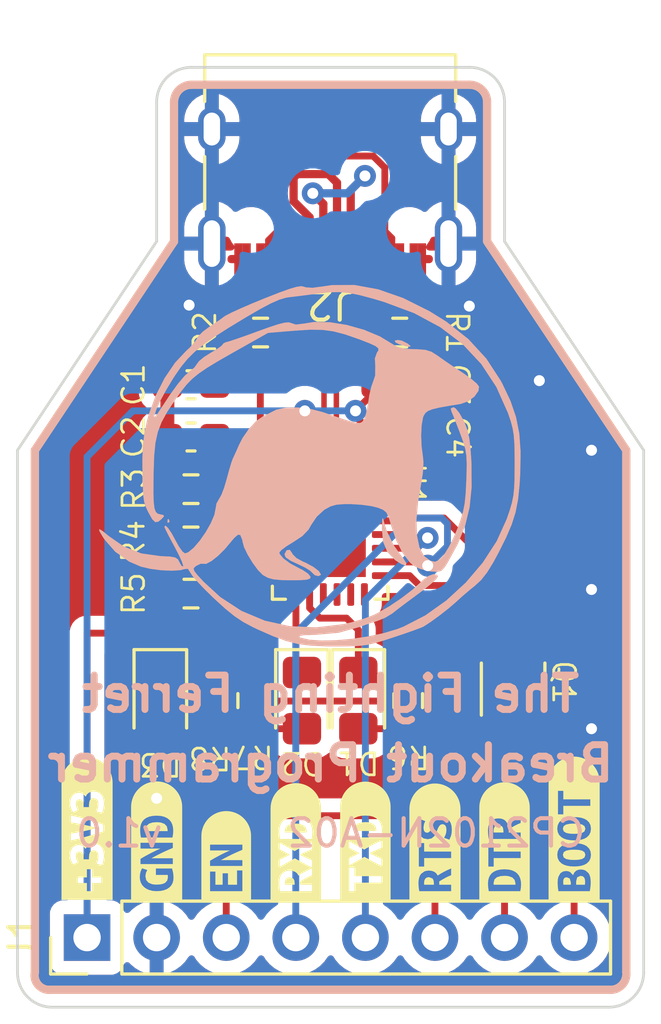
<source format=kicad_pcb>
(kicad_pcb (version 20211014) (generator pcbnew)
  (title_block (title "CP2102N Breakout Programmer") (date "2022-08-01") (rev "1") (company "The Fighting Ferret") (comment 1 "CP2102N-A02 based USB-to-UART bridge controller") (comment 2 "For use in programming ESP32 chips and modules"))
  (layers (0 "F.Cu" signal) (31 "B.Cu" signal) (34 "B.Paste" user) (35 "F.Paste" user) (36 "B.SilkS" user "B.Silkscreen") (37 "F.SilkS" user "F.Silkscreen") (38 "B.Mask" user) (39 "F.Mask" user) (44 "Edge.Cuts" user))
  (net 0 "")
  (net 1 "GND")
  (net 2 "VBUS")
  (net 3 "+3.3V")
  (net 4 "/TXT")
  (net 5 "Net-(D1-Pad2)")
  (net 6 "/RXT")
  (net 7 "Net-(D2-Pad2)")
  (net 8 "Net-(D3-Pad2)")
  (net 11 "RTS")
  (net 12 "DTR")
  (net 13 "BOOT")
  (net 14 "EN")
  (net 15 "VBUSREF")
  (net 16 "Net-(R5-Pad2)")
  (net 18 "D+")
  (net 19 "D-")
  (net 27 "RXD")
  (net 28 "TXD")
  (net 31 "/CC1")
  (net 32 "/CC2")
  (footprint "Resistor_SMD:R_0603_1608Metric_Pad0.98x0.95mm_HandSolder" (layer "F.Cu") (at 186.857904 65.396 -90)
    (fp_text reference "R6" (at 2.055505 -0.009982 180 unlocked) (layer "F.SilkS") (effects (font (size 0.8 0.8) (thickness 0.1))))
    (fp_text value "470" hide)
    (pad "1" smd roundrect (at -0.9125 0 270) (size 0.975 0.95) (layers "F.Cu" "F.Paste" "F.Mask") (net 3 "+3.3V"))
    (pad "2" smd roundrect (at 0.9125 0 270) (size 0.975 0.95) (layers "F.Cu" "F.Paste" "F.Mask") (net 5 "Net-(D1-Pad2)"))
  )
  (footprint "LED_SMD:LED_0805_2012Metric_Pad1.15x1.40mm_HandSolder" (layer "F.Cu") (at 185.03536 65.396 -90)
    (fp_text reference "D1" (at 2.271942 0.009982 180 unlocked) (layer "F.SilkS") (effects (font (size 0.8 0.8) (thickness 0.1))))
    (fp_text value "Tx" hide)
    (pad "1" smd roundrect (at -1.025 0 270) (size 1.15 1.4) (layers "F.Cu" "F.Paste" "F.Mask") (roundrect_rratio 0.2173913043) (net 4 "/TXT"))
    (pad "2" smd roundrect (at 1.025 0 270) (size 1.15 1.4) (layers "F.Cu" "F.Paste" "F.Mask") (roundrect_rratio 0.2173913043) (net 5 "Net-(D1-Pad2)"))
  )
  (footprint "Resistor_SMD:R_0603_1608Metric_Pad0.98x0.95mm_HandSolder" (layer "F.Cu") (at 186.548 51.966505)
    (fp_text reference "R1" (at 2.097354 0 270 unlocked) (layer "F.SilkS") (effects (font (size 0.8 0.8) (thickness 0.1))))
    (fp_text value "5k1" hide)
    (pad "1" smd roundrect (at -0.9125 0) (size 0.975 0.95) (layers "F.Cu" "F.Paste" "F.Mask") (net 31 "/CC1"))
    (pad "2" smd roundrect (at 0.9125 0) (size 0.975 0.95) (layers "F.Cu" "F.Paste" "F.Mask") (net 1 "GND"))
  )
  (footprint "Resistor_SMD:R_0603_1608Metric_Pad0.98x0.95mm_HandSolder" (layer "F.Cu") (at 179.619055 65.396 -90)
    (fp_text reference "R8" (at 2.097338 0 180 unlocked) (layer "F.SilkS") (effects (font (size 0.8 0.8) (thickness 0.1))))
    (fp_text value "470" hide)
    (pad "1" smd roundrect (at -0.9125 0 270) (size 0.975 0.95) (layers "F.Cu" "F.Paste" "F.Mask") (net 3 "+3.3V"))
    (pad "2" smd roundrect (at 0.9125 0 270) (size 0.975 0.95) (layers "F.Cu" "F.Paste" "F.Mask") (net 8 "Net-(D3-Pad2)"))
  )
  (footprint "kibuzzard-62E5E3A7" (layer "F.Cu") (at 192.913 70.051892 90)
    (fp_text reference "kibuzzard-62E5E3A7" hide)
    (fp_text value "G***" hide)
  )
  (footprint "Capacitor_SMD:C_0603_1608Metric_Pad1.08x0.95mm_HandSolder" (layer "F.Cu") (at 186.548 53.871505)
    (fp_text reference "C3" (at 2.111804 0 270 unlocked) (layer "F.SilkS") (effects (font (size 0.8 0.8) (thickness 0.1))))
    (fp_text value "100nF" hide)
    (pad "1" smd roundrect (at -0.8625 0) (size 1.075 0.95) (layers "F.Cu" "F.Paste" "F.Mask") (net 3 "+3.3V"))
    (pad "2" smd roundrect (at 0.8625 0) (size 1.075 0.95) (layers "F.Cu" "F.Paste" "F.Mask") (net 1 "GND"))
  )
  (footprint "LED_SMD:LED_0805_2012Metric_Pad1.15x1.40mm_HandSolder" (layer "F.Cu") (at 177.807846 65.396 -90)
    (fp_text reference "D3" (at 2.325461 0 180 unlocked) (layer "F.SilkS") (effects (font (size 0.8 0.8) (thickness 0.1))))
    (fp_text value "Power" hide)
    (pad "1" smd roundrect (at -1.025 0 270) (size 1.15 1.4) (layers "F.Cu" "F.Paste" "F.Mask") (roundrect_rratio 0.2173913043) (net 1 "GND"))
    (pad "2" smd roundrect (at 1.025 0 270) (size 1.15 1.4) (layers "F.Cu" "F.Paste" "F.Mask") (roundrect_rratio 0.2173913043) (net 8 "Net-(D3-Pad2)"))
  )
  (footprint "Resistor_SMD:R_0603_1608Metric_Pad0.98x0.95mm_HandSolder" (layer "F.Cu") (at 178.928 57.681505 180)
    (fp_text reference "R3" (at 2.086325 0 90 unlocked) (layer "F.SilkS") (effects (font (size 0.8 0.8) (thickness 0.1))))
    (fp_text value "22k1" hide)
    (pad "1" smd roundrect (at -0.9125 0 180) (size 0.975 0.95) (layers "F.Cu" "F.Paste" "F.Mask") (net 2 "VBUS"))
    (pad "2" smd roundrect (at 0.9125 0 180) (size 0.975 0.95) (layers "F.Cu" "F.Paste" "F.Mask") (net 15 "VBUSREF"))
  )
  (footprint "kibuzzard-62E5E316" (layer "F.Cu") (at 182.753 70.535762 90)
    (fp_text reference "kibuzzard-62E5E316" hide)
    (fp_text value "G***" hide)
  )
  (footprint "kibuzzard-62E5E2EC" (layer "F.Cu") (at 180.213 71.045826 90)
    (fp_text reference "kibuzzard-62E5E2EC" hide)
    (fp_text value "G***" hide)
  )
  (footprint "Resistor_SMD:R_0603_1608Metric_Pad0.98x0.95mm_HandSolder" (layer "F.Cu") (at 178.928 59.586505 180)
    (fp_text reference "R4" (at 2.108286 -0.000232 90 unlocked) (layer "F.SilkS") (effects (font (size 0.8 0.8) (thickness 0.1))))
    (fp_text value "47k5" hide)
    (pad "1" smd roundrect (at -0.9125 0 180) (size 0.975 0.95) (layers "F.Cu" "F.Paste" "F.Mask") (net 15 "VBUSREF"))
    (pad "2" smd roundrect (at 0.9125 0 180) (size 0.975 0.95) (layers "F.Cu" "F.Paste" "F.Mask") (net 1 "GND"))
  )
  (footprint "kibuzzard-62E5E34B" (layer "F.Cu") (at 187.833 70.54243 90)
    (fp_text reference "kibuzzard-62E5E34B" hide)
    (fp_text value "G***" hide)
  )
  (footprint "Resistor_SMD:R_0603_1608Metric_Pad0.98x0.95mm_HandSolder" (layer "F.Cu") (at 178.928 61.491505)
    (fp_text reference "R5" (at -2.096307 0 90 unlocked) (layer "F.SilkS") (effects (font (size 0.8 0.8) (thickness 0.1))))
    (fp_text value "1k" hide)
    (pad "1" smd roundrect (at -0.9125 0) (size 0.975 0.95) (layers "F.Cu" "F.Paste" "F.Mask") (net 3 "+3.3V"))
    (pad "2" smd roundrect (at 0.9125 0) (size 0.975 0.95) (layers "F.Cu" "F.Paste" "F.Mask") (net 16 "Net-(R5-Pad2)"))
  )
  (footprint "Connector_PinHeader_2.54mm:PinHeader_1x08_P2.54mm_Vertical" (layer "F.Cu") (at 175.133 74.041 90)
    (fp_text reference "J1" (at 0 -2.33 90) (layer "F.SilkS"))
    (fp_text value "Conn_01x08" hide)
    (pad "1" thru_hole rect (at 0 0 90) (size 1.7 1.7) (drill 1) (layers *.Cu *.Mask) (net 3 "+3.3V"))
    (pad "2" thru_hole oval (at 0 2.54 90) (size 1.7 1.7) (drill 1) (layers *.Cu *.Mask) (net 1 "GND"))
    (pad "3" thru_hole oval (at 0 5.08 90) (size 1.7 1.7) (drill 1) (layers *.Cu *.Mask) (net 14 "EN"))
    (pad "4" thru_hole oval (at 0 7.62 90) (size 1.7 1.7) (drill 1) (layers *.Cu *.Mask) (net 27 "RXD"))
    (pad "5" thru_hole oval (at 0 10.16 90) (size 1.7 1.7) (drill 1) (layers *.Cu *.Mask) (net 28 "TXD"))
    (pad "6" thru_hole oval (at 0 12.7 90) (size 1.7 1.7) (drill 1) (layers *.Cu *.Mask) (net 11 "RTS"))
    (pad "7" thru_hole oval (at 0 15.24 90) (size 1.7 1.7) (drill 1) (layers *.Cu *.Mask) (net 12 "DTR"))
    (pad "8" thru_hole oval (at 0 17.78 90) (size 1.7 1.7) (drill 1) (layers *.Cu *.Mask) (net 13 "BOOT"))
  )
  (footprint "kibuzzard-62E5E36B" (layer "F.Cu") (at 190.373 70.520522 90)
    (fp_text reference "kibuzzard-62E5E36B" hide)
    (fp_text value "G***" hide)
  )
  (footprint "Resistor_SMD:R_0603_1608Metric_Pad0.98x0.95mm_HandSolder" (layer "F.Cu") (at 181.468 51.966505 180)
    (fp_text reference "R2" (at 2.036413 0 90 unlocked) (layer "F.SilkS") (effects (font (size 0.8 0.8) (thickness 0.1))))
    (fp_text value "5k1" hide)
    (pad "1" smd roundrect (at -0.9125 0 180) (size 0.975 0.95) (layers "F.Cu" "F.Paste" "F.Mask") (net 32 "/CC2"))
    (pad "2" smd roundrect (at 0.9125 0 180) (size 0.975 0.95) (layers "F.Cu" "F.Paste" "F.Mask") (net 1 "GND"))
  )
  (footprint "Package_TO_SOT_SMD:SOT-363_SC-70-6" (layer "F.Cu") (at 190.686814 64.726 90)
    (fp_text reference "Q1" (at 0 1.846747 270 unlocked) (layer "F.SilkS") (effects (font (size 0.8 0.8) (thickness 0.1))))
    (fp_text value "UMH3N" hide)
    (pad "1" smd rect (at -0.95 -0.65 90) (size 0.65 0.4) (layers "F.Cu" "F.Paste" "F.Mask") (net 11 "RTS"))
    (pad "2" smd rect (at -0.95 0 90) (size 0.65 0.4) (layers "F.Cu" "F.Paste" "F.Mask") (net 12 "DTR"))
    (pad "3" smd rect (at -0.95 0.65 90) (size 0.65 0.4) (layers "F.Cu" "F.Paste" "F.Mask") (net 13 "BOOT"))
    (pad "4" smd rect (at 0.95 0.65 90) (size 0.65 0.4) (layers "F.Cu" "F.Paste" "F.Mask") (net 12 "DTR"))
    (pad "5" smd rect (at 0.95 0 90) (size 0.65 0.4) (layers "F.Cu" "F.Paste" "F.Mask") (net 11 "RTS"))
    (pad "6" smd rect (at 0.95 -0.65 90) (size 0.65 0.4) (layers "F.Cu" "F.Paste" "F.Mask") (net 14 "EN"))
  )
  (footprint "LED_SMD:LED_0805_2012Metric_Pad1.15x1.40mm_HandSolder" (layer "F.Cu") (at 182.977889 65.396 -90)
    (fp_text reference "D2" (at 2.288443 0 180 unlocked) (layer "F.SilkS") (effects (font (size 0.8 0.8) (thickness 0.1))))
    (fp_text value "Rx" hide)
    (pad "1" smd roundrect (at -1.025 0 270) (size 1.15 1.4) (layers "F.Cu" "F.Paste" "F.Mask") (roundrect_rratio 0.2173913043) (net 6 "/RXT"))
    (pad "2" smd roundrect (at 1.025 0 270) (size 1.15 1.4) (layers "F.Cu" "F.Paste" "F.Mask") (roundrect_rratio 0.2173913043) (net 7 "Net-(D2-Pad2)"))
  )
  (footprint "Capacitor_SMD:C_0603_1608Metric_Pad1.08x0.95mm_HandSolder" (layer "F.Cu") (at 178.928 55.776505 180)
    (fp_text reference "C2" (at 2.102777 0 90 unlocked) (layer "F.SilkS") (effects (font (size 0.8 0.8) (thickness 0.1))))
    (fp_text value "100nF" hide)
    (pad "1" smd roundrect (at -0.8625 0 180) (size 1.075 0.95) (layers "F.Cu" "F.Paste" "F.Mask") (net 2 "VBUS"))
    (pad "2" smd roundrect (at 0.8625 0 180) (size 1.075 0.95) (layers "F.Cu" "F.Paste" "F.Mask") (net 1 "GND"))
  )
  (footprint "kibuzzard-62E5E308" (layer "F.Cu") (at 175.133 70.061417 90)
    (fp_text reference "kibuzzard-62E5E308" hide)
    (fp_text value "G***" hide)
  )
  (footprint "Capacitor_SMD:C_0603_1608Metric_Pad1.08x0.95mm_HandSolder" (layer "F.Cu") (at 186.548 55.776505 180)
    (fp_text reference "C4" (at -2.111804 0 270 unlocked) (layer "F.SilkS") (effects (font (size 0.8 0.8) (thickness 0.1))))
    (fp_text value "10uF" hide)
    (pad "1" smd roundrect (at -0.8625 0 180) (size 1.075 0.95) (layers "F.Cu" "F.Paste" "F.Mask") (net 1 "GND"))
    (pad "2" smd roundrect (at 0.8625 0 180) (size 1.075 0.95) (layers "F.Cu" "F.Paste" "F.Mask") (net 3 "+3.3V"))
  )
  (footprint "Resistor_SMD:R_0603_1608Metric_Pad0.98x0.95mm_HandSolder" (layer "F.Cu") (at 181.161814 65.396 -90)
    (fp_text reference "R7" (at 2.055505 0 180 unlocked) (layer "F.SilkS") (effects (font (size 0.8 0.8) (thickness 0.1))))
    (fp_text value "470" hide)
    (pad "1" smd roundrect (at -0.9125 0 270) (size 0.975 0.95) (layers "F.Cu" "F.Paste" "F.Mask") (net 3 "+3.3V"))
    (pad "2" smd roundrect (at 0.9125 0 270) (size 0.975 0.95) (layers "F.Cu" "F.Paste" "F.Mask") (net 7 "Net-(D2-Pad2)"))
  )
  (footprint "Package_DFN_QFN:QFN-24-1EP_4x4mm_P0.5mm_EP2.6x2.6mm" (layer "F.Cu") (at 184.008 59.586505 -90)
    (fp_text reference "U1" (at -2.05945 -3.045276 -90 unlocked) (layer "F.SilkS") (effects (font (size 0.8 0.8) (thickness 0.1))))
    (fp_text value "CP2102N-A02-GQFN24R" hide)
    (pad "1" smd roundrect (at -1.9375 -1.25 270) (size 0.825 0.25) (layers "F.Cu" "F.Paste" "F.Mask"))
    (pad "2" smd roundrect (at -1.9375 -0.75 270) (size 0.825 0.25) (layers "F.Cu" "F.Paste" "F.Mask") (net 1 "GND"))
    (pad "3" smd roundrect (at -1.9375 -0.25 270) (size 0.825 0.25) (layers "F.Cu" "F.Paste" "F.Mask") (net 18 "D+"))
    (pad "4" smd roundrect (at -1.9375 0.25 270) (size 0.825 0.25) (layers "F.Cu" "F.Paste" "F.Mask") (net 19 "D-"))
    (pad "5" smd roundrect (at -1.9375 0.75 270) (size 0.825 0.25) (layers "F.Cu" "F.Paste" "F.Mask") (net 3 "+3.3V"))
    (pad "6" smd roundrect (at -1.9375 1.25 270) (size 0.825 0.25) (layers "F.Cu" "F.Paste" "F.Mask") (net 3 "+3.3V"))
    (pad "7" smd roundrect (at -1.25 1.9375 270) (size 0.25 0.825) (layers "F.Cu" "F.Paste" "F.Mask") (net 2 "VBUS"))
    (pad "8" smd roundrect (at -0.75 1.9375 270) (size 0.25 0.825) (layers "F.Cu" "F.Paste" "F.Mask") (net 15 "VBUSREF"))
    (pad "9" smd roundrect (at -0.25 1.9375 270) (size 0.25 0.825) (layers "F.Cu" "F.Paste" "F.Mask") (net 16 "Net-(R5-Pad2)"))
    (pad "10" smd roundrect (at 0.25 1.9375 270) (size 0.25 0.825) (layers "F.Cu" "F.Paste" "F.Mask"))
    (pad "11" smd roundrect (at 0.75 1.9375 270) (size 0.25 0.825) (layers "F.Cu" "F.Paste" "F.Mask"))
    (pad "12" smd roundrect (at 1.25 1.9375 270) (size 0.25 0.825) (layers "F.Cu" "F.Paste" "F.Mask"))
    (pad "13" smd roundrect (at 1.9375 1.25 270) (size 0.825 0.25) (layers "F.Cu" "F.Paste" "F.Mask") (net 6 "/RXT"))
    (pad "14" smd roundrect (at 1.9375 0.75 270) (size 0.825 0.25) (layers "F.Cu" "F.Paste" "F.Mask") (net 4 "/TXT"))
    (pad "15" smd roundrect (at 1.9375 0.25 270) (size 0.825 0.25) (layers "F.Cu" "F.Paste" "F.Mask"))
    (pad "16" smd roundrect (at 1.9375 -0.25 270) (size 0.825 0.25) (layers "F.Cu" "F.Paste" "F.Mask"))
    (pad "17" smd roundrect (at 1.9375 -0.75 270) (size 0.825 0.25) (layers "F.Cu" "F.Paste" "F.Mask"))
    (pad "18" smd roundrect (at 1.9375 -1.25 270) (size 0.825 0.25) (layers "F.Cu" "F.Paste" "F.Mask"))
    (pad "19" smd roundrect (at 1.25 -1.9375 270) (size 0.25 0.825) (layers "F.Cu" "F.Paste" "F.Mask") (net 11 "RTS"))
    (pad "20" smd roundrect (at 0.75 -1.9375 270) (size 0.25 0.825) (layers "F.Cu" "F.Paste" "F.Mask") (net 27 "RXD"))
    (pad "21" smd roundrect (at 0.25 -1.9375 270) (size 0.25 0.825) (layers "F.Cu" "F.Paste" "F.Mask") (net 28 "TXD"))
    (pad "22" smd roundrect (at -0.25 -1.9375 270) (size 0.25 0.825) (layers "F.Cu" "F.Paste" "F.Mask"))
    (pad "23" smd roundrect (at -0.75 -1.9375 270) (size 0.25 0.825) (layers "F.Cu" "F.Paste" "F.Mask") (net 12 "DTR"))
    (pad "24" smd roundrect (at -1.25 -1.9375 270) (size 0.25 0.825) (layers "F.Cu" "F.Paste" "F.Mask"))
    (pad "25" smd rect (at 0 0 270) (size 2.6 2.6) (layers "F.Cu" "F.Mask") (net 1 "GND"))
  )
  (footprint "kibuzzard-62E5E325" (layer "F.Cu") (at 185.293 70.508139 90)
    (fp_text reference "kibuzzard-62E5E325" hide)
    (fp_text value "G***" hide)
  )
  (footprint "Connector_USB:USB_C_Receptacle_XKB_U262-16XN-4BVC11" (layer "F.Cu") (at 184.008 45.616505 180)
    (fp_text reference "J2" (at -0.015 -5.334285 180 unlocked) (layer "F.SilkS"))
    (fp_text value "USB Type-C (16 pin)")
    (pad "" np_thru_hole circle (at 2.89 -2.605 180) (size 0.65 0.65) (drill 0.65) (layers *.Cu *.Mask))
    (pad "" np_thru_hole circle (at -2.89 -2.605 180) (size 0.65 0.65) (drill 0.65) (layers *.Cu *.Mask))
    (pad "A1" smd rect (at -3.35 -3.67 180) (size 0.3 1.15) (layers "F.Cu" "F.Paste" "F.Mask") (net 1 "GND"))
    (pad "A4" smd rect (at -2.55 -3.67 180) (size 0.3 1.15) (layers "F.Cu" "F.Paste" "F.Mask") (net 2 "VBUS"))
    (pad "A5" smd rect (at -1.25 -3.67 180) (size 0.3 1.15) (layers "F.Cu" "F.Paste" "F.Mask") (net 31 "/CC1"))
    (pad "A6" smd rect (at -0.25 -3.67 180) (size 0.3 1.15) (layers "F.Cu" "F.Paste" "F.Mask") (net 18 "D+"))
    (pad "A7" smd rect (at 0.25 -3.67 180) (size 0.3 1.15) (layers "F.Cu" "F.Paste" "F.Mask") (net 19 "D-"))
    (pad "A8" smd rect (at 1.25 -3.67 180) (size 0.3 1.15) (layers "F.Cu" "F.Paste" "F.Mask"))
    (pad "A9" smd rect (at 2.55 -3.67 180) (size 0.3 1.15) (layers "F.Cu" "F.Paste" "F.Mask") (net 2 "VBUS"))
    (pad "A12" smd rect (at 3.35 -3.67 180) (size 0.3 1.15) (layers "F.Cu" "F.Paste" "F.Mask") (net 1 "GND"))
    (pad "B1" smd rect (at 3.05 -3.67 180) (size 0.3 1.15) (layers "F.Cu" "F.Paste" "F.Mask") (net 1 "GND"))
    (pad "B4" smd rect (at 2.25 -3.67 180) (size 0.3 1.15) (layers "F.Cu" "F.Paste" "F.Mask") (net 2 "VBUS"))
    (pad "B5" smd rect (at 1.75 -3.67 180) (size 0.3 1.15) (layers "F.Cu" "F.Paste" "F.Mask") (net 32 "/CC2"))
    (pad "B6" smd rect (at 0.75 -3.67 180) (size 0.3 1.15) (layers "F.Cu" "F.Paste" "F.Mask") (net 18 "D+"))
    (pad "B7" smd rect (at -0.75 -3.67 180) (size 0.3 1.15) (layers "F.Cu" "F.Paste" "F.Mask") (net 19 "D-"))
    (pad "B8" smd rect (at -1.75 -3.67 180) (size 0.3 1.15) (layers "F.Cu" "F.Paste" "F.Mask"))
    (pad "B9" smd rect (at -2.25 -3.67 180) (size 0.3 1.15) (layers "F.Cu" "F.Paste" "F.Mask") (net 2 "VBUS"))
    (pad "B12" smd rect (at -3.05 -3.67 180) (size 0.3 1.15) (layers "F.Cu" "F.Paste" "F.Mask") (net 1 "GND"))
    (pad "S1" thru_hole oval (at -4.32 1.075 180) (size 1 1.6) (drill oval 0.6 1.2) (layers *.Cu *.Mask) (net 1 "GND"))
    (pad "S1" thru_hole oval (at -4.32 -3.105 180) (size 1 2.1) (drill oval 0.6 1.7) (layers *.Cu *.Mask) (net 1 "GND"))
    (pad "S1" thru_hole oval (at 4.32 -3.105 180) (size 1 2.1) (drill oval 0.6 1.7) (layers *.Cu *.Mask) (net 1 "GND"))
    (pad "S1" thru_hole oval (at 4.32 1.075 180) (size 1 1.6) (drill oval 0.6 1.2) (layers *.Cu *.Mask) (net 1 "GND"))
  )
  (footprint "Capacitor_SMD:C_0603_1608Metric_Pad1.08x0.95mm_HandSolder" (layer "F.Cu") (at 178.928 53.871505)
    (fp_text reference "C1" (at -2.102777 0 90 unlocked) (layer "F.SilkS") (effects (font (size 0.8 0.8) (thickness 0.1))))
    (fp_text value "10uF" hide)
    (pad "1" smd roundrect (at -0.8625 0) (size 1.075 0.95) (layers "F.Cu" "F.Paste" "F.Mask") (net 1 "GND"))
    (pad "2" smd roundrect (at 0.8625 0) (size 1.075 0.95) (layers "F.Cu" "F.Paste" "F.Mask") (net 2 "VBUS"))
  )
  (footprint "kibuzzard-62E5E2FE" (layer "F.Cu") (at 177.673 70.50433 90)
    (fp_text reference "kibuzzard-62E5E2FE" hide)
    (fp_text value "G***" hide)
  )
  (footprint "Fighting-Ferret-Footprins:tffLogo_16mm" (layer "B.Cu") (at 183.307706 56.896 180)
    (fp_text reference "G***" hide)
    (fp_text value "LOGO" hide)
  )
  (gr_line (start 194.818 56.261) (end 194.818 75.311) (layer "B.SilkS") (width 0.3))
  (gr_line (start 189.738 48.641) (end 194.818 56.261) (layer "B.SilkS") (width 0.3))
  (gr_line (start 194.243 75.946) (end 173.803 75.946) (layer "B.SilkS") (width 0.3))
  (gr_line (start 173.228 56.261) (end 178.308 48.641) (layer "B.SilkS") (width 0.3))
  (gr_line (start 189.738 43.561) (end 189.738 48.641) (layer "B.SilkS") (width 0.3))
  (gr_line (start 178.943 42.926) (end 189.103 42.926) (layer "B.SilkS") (width 0.3))
  (gr_arc (start 173.803 75.946) (mid 173.354334 75.774422) (end 173.228 75.311) (layer "B.SilkS") (width 0.3))
  (gr_arc (start 194.817999 75.311) (mid 194.672557 75.758073) (end 194.243 75.949121) (layer "B.SilkS") (width 0.3))
  (gr_line (start 178.308 48.641) (end 178.308 43.561) (layer "B.SilkS") (width 0.3))
  (gr_arc (start 189.103 42.926) (mid 189.552013 43.111987) (end 189.738 43.561) (layer "B.SilkS") (width 0.3))
  (gr_arc (start 178.308 43.561) (mid 178.493987 43.111987) (end 178.943 42.926) (layer "B.SilkS") (width 0.3))
  (gr_line (start 173.228 75.311) (end 173.228 56.261) (layer "B.SilkS") (width 0.3))
  (gr_line (start 189.738 48.641) (end 194.818 56.261) (layer "F.SilkS") (width 0.3))
  (gr_line (start 194.243 75.946) (end 173.803 75.946) (layer "F.SilkS") (width 0.3))
  (gr_arc (start 173.803 75.946) (mid 173.354334 75.774422) (end 173.228 75.311) (layer "F.SilkS") (width 0.3))
  (gr_arc (start 178.308 43.561) (mid 178.493987 43.111987) (end 178.943 42.926) (layer "F.SilkS") (width 0.3))
  (gr_arc (start 189.103 42.926) (mid 189.552013 43.111987) (end 189.738 43.561) (layer "F.SilkS") (width 0.3))
  (gr_line (start 173.228 56.261) (end 178.308 48.641) (layer "F.SilkS") (width 0.3))
  (gr_line (start 178.943 42.926) (end 189.103 42.926) (layer "F.SilkS") (width 0.3))
  (gr_arc (start 194.817999 75.311) (mid 194.672557 75.758073) (end 194.243 75.949121) (layer "F.SilkS") (width 0.3))
  (gr_line (start 194.818 56.261) (end 194.818 75.311) (layer "F.SilkS") (width 0.3))
  (gr_line (start 189.738 43.561) (end 189.738 48.641) (layer "F.SilkS") (width 0.3))
  (gr_line (start 178.308 48.641) (end 178.308 43.561) (layer "F.SilkS") (width 0.3))
  (gr_line (start 173.228 75.311) (end 173.228 56.261) (layer "F.SilkS") (width 0.3))
  (gr_line (start 194.183 76.581) (end 173.863 76.581) (layer "Edge.Cuts") (width 0.1))
  (gr_line (start 172.593 75.311) (end 172.593 56.261) (layer "Edge.Cuts") (width 0.1))
  (gr_line (start 178.943 42.291) (end 189.103 42.291) (layer "Edge.Cuts") (width 0.1))
  (gr_line (start 190.373 48.641) (end 190.373 43.561) (layer "Edge.Cuts") (width 0.1))
  (gr_line (start 172.593 56.261) (end 177.673 48.641) (layer "Edge.Cuts") (width 0.1))
  (gr_line (start 195.453 75.311) (end 195.453 56.261) (layer "Edge.Cuts") (width 0.1))
  (gr_arc (start 177.673 43.561) (mid 178.044974 42.662974) (end 178.943 42.291) (layer "Edge.Cuts") (width 0.1))
  (gr_line (start 177.673 48.641) (end 177.673 43.561) (layer "Edge.Cuts") (width 0.1))
  (gr_arc (start 195.453 75.311) (mid 195.081026 76.209026) (end 194.183 76.581) (layer "Edge.Cuts") (width 0.1))
  (gr_line (start 195.453 56.261) (end 190.373 48.641) (layer "Edge.Cuts") (width 0.1))
  (gr_arc (start 189.103 42.291) (mid 190.001026 42.662974) (end 190.373 43.561) (layer "Edge.Cuts") (width 0.1))
  (gr_arc (start 173.863 76.581) (mid 172.964974 76.209026) (end 172.593 75.311) (layer "Edge.Cuts") (width 0.1))
  (gr_text "Breakout Programmer" (at 184.023 67.691) (layer "B.SilkS") (effects (font (size 1.254 1.254) (thickness 0.254)) (justify mirror)))
  (gr_text "The Fighting Ferret" (at 184.023 65.151) (layer "B.SilkS") (effects (font (size 1.254 1.254) (thickness 0.254)) (justify mirror)))
  (gr_text "CP2102N-A02      v1.0" (at 184.023 70.231) (layer "B.SilkS") (effects (font (size 1 1)) (justify mirror)))
  (segment (start 184.758 57.649005) (end 184.758 56.742615) (width 0.25) (layer "F.Cu") (net 1))
  (segment (start 180.658 49.286505) (end 180.658 50.330928) (width 0.254) (layer "F.Cu") (net 1))
  (segment (start 184.758 56.742615) (end 187.4105 56.742615) (width 0.25) (layer "F.Cu") (net 1))
  (segment (start 180.424855 50.564073) (end 179.26024 50.564073) (width 0.254) (layer "F.Cu") (net 1))
  (segment (start 187.358 50.396505) (end 187.540444 50.578949) (width 0.25) (layer "F.Cu") (net 1))
  (segment (start 179.26024 50.564073) (end 178.858171 50.966142) (width 0.254) (layer "F.Cu") (net 1))
  (segment (start 188.66499 50.578949) (end 189.088 51.001959) (width 0.25) (layer "F.Cu") (net 1))
  (segment (start 187.4105 56.742615) (end 187.4105 55.776505) (width 0.25) (layer "F.Cu") (net 1))
  (segment (start 187.358 49.286505) (end 187.358 50.396505) (width 0.25) (layer "F.Cu") (net 1))
  (segment (start 180.658 50.330928) (end 180.424855 50.564073) (width 0.254) (layer "F.Cu") (net 1))
  (segment (start 184.758 58.836505) (end 184.008 59.586505) (width 0.25) (layer "F.Cu") (net 1))
  (segment (start 187.540444 50.578949) (end 188.66499 50.578949) (width 0.25) (layer "F.Cu") (net 1))
  (segment (start 184.758 57.649005) (end 184.758 58.836505) (width 0.25) (layer "F.Cu") (net 1))
  (via (at 177.673 68.961) (size 0.8) (drill 0.4) (layers "F.Cu" "B.Cu") (net 1))
  (via (at 193.548 61.341) (size 0.8) (drill 0.4) (layers "F.Cu" "B.Cu") (net 1))
  (via (at 193.548 56.261) (size 0.8) (drill 0.4) (layers "F.Cu" "B.Cu") (net 1))
  (via (at 178.858171 50.966142) (size 0.8) (drill 0.4) (layers "F.Cu" "B.Cu") (net 1))
  (via (at 191.643 53.721) (size 0.8) (drill 0.4) (layers "F.Cu" "B.Cu") (net 1))
  (via (at 193.548 66.421) (size 0.8) (drill 0.4) (layers "F.Cu" "B.Cu") (net 1))
  (via (at 189.088 51.001959) (size 0.8) (drill 0.4) (layers "F.Cu" "B.Cu") (net 1))
  (segment (start 179.7905 55.776505) (end 181.458 55.776505) (width 0.25) (layer "F.Cu") (net 2))
  (segment (start 182.456193 45.526505) (end 182.088617 45.894081) (width 0.25) (layer "F.Cu") (net 2))
  (segment (start 182.088617 48.271508) (end 181.758 48.602125) (width 0.25) (layer "F.Cu") (net 2))
  (segment (start 186.258 48.525374) (end 186.003 48.270374) (width 0.25) (layer "F.Cu") (net 2))
  (segment (start 179.7905 53.871505) (end 181.458 53.871505) (width 0.25) (layer "F.Cu") (net 2))
  (segment (start 181.458 55.776505) (end 181.458 56.401505) (width 0.25) (layer "F.Cu") (net 2))
  (segment (start 186.258 49.286505) (end 186.258 48.525374) (width 0.25) (layer "F.Cu") (net 2))
  (segment (start 182.088617 45.894081) (end 182.088617 48.271508) (width 0.25) (layer "F.Cu") (net 2))
  (segment (start 181.458 57.671505) (end 181.458 58.336505) (width 0.25) (layer "F.Cu") (net 2))
  (segment (start 186.003 48.270374) (end 186.003 45.9512) (width 0.25) (layer "F.Cu") (net 2))
  (segment (start 185.578305 45.526505) (end 182.456193 45.526505) (width 0.25) (layer "F.Cu") (net 2))
  (segment (start 181.458 57.681505) (end 181.458 57.671505) (width 0.25) (layer "F.Cu") (net 2))
  (segment (start 181.458 53.871505) (end 181.458 53.861505) (width 0.25) (layer "F.Cu") (net 2))
  (segment (start 186.003 45.9512) (end 185.578305 45.526505) (width 0.25) (layer "F.Cu") (net 2))
  (segment (start 181.458 56.401505) (end 181.458 57.671505) (width 0.25) (layer "F.Cu") (net 2))
  (segment (start 181.458 58.336505) (end 182.0705 58.336505) (width 0.25) (layer "F.Cu") (net 2))
  (segment (start 179.8405 57.681505) (end 181.458 57.681505) (width 0.25) (layer "F.Cu") (net 2))
  (segment (start 181.458 53.861505) (end 181.458 56.401505) (width 0.25) (layer "F.Cu") (net 2))
  (segment (start 181.758 48.602125) (end 181.758 49.286505) (width 0.25) (layer "F.Cu") (net 2))
  (segment (start 181.458 49.286505) (end 181.458 53.861505) (width 0.25) (layer "F.Cu") (net 2))
  (segment (start 181.161814 64.516) (end 179.619055 64.516) (width 0.25) (layer "F.Cu") (net 3))
  (segment (start 184.932501 55.023506) (end 185.6855 55.776505) (width 0.25) (layer "F.Cu") (net 3))
  (segment (start 184.932501 54.823542) (end 184.932501 55.023506) (width 0.25) (layer "F.Cu") (net 3))
  (segment (start 177.985088 62.933912) (end 179.619055 62.933912) (width 0.25) (layer "F.Cu") (net 3))
  (segment (start 179.619055 62.933912) (end 179.619055 64.4835) (width 0.25) (layer "F.Cu") (net 3))
  (segment (start 178.0155 61.491505) (end 178.0155 62.933912) (width 0.25) (layer "F.Cu") (net 3))
  (segment (start 181.161814 64.612135) (end 181.961284 65.411605) (width 0.25) (layer "F.Cu") (net 3))
  (segment (start 175.133 74.041) (end 175.133 62.933912) (width 0.25) (layer "F.Cu") (net 3))
  (segment (start 182.758 55.149344) (end 182.758 57.649005) (width 0.25) (layer "F.Cu") (net 3))
  (segment (start 181.961284 65.411605) (end 185.929799 65.411605) (width 0.25) (layer "F.Cu") (net 3))
  (segment (start 183.083499 54.823845) (end 182.758 55.149344) (width 0.25) (layer "F.Cu") (net 3))
  (segment (start 178.0155 62.933912) (end 177.985088 62.933912) (width 0.25) (layer "F.Cu") (net 3))
  (segment (start 185.929799 65.411605) (end 186.857904 64.4835) (width 0.25) (layer "F.Cu") (net 3))
  (segment (start 182.758 57.649005) (end 182.758 57.639827) (width 0.25) (layer "F.Cu") (net 3))
  (segment (start 181.161814 64.4835) (end 181.161814 64.612135) (width 0.25) (layer "F.Cu") (net 3))
  (segment (start 185.6855 53.871505) (end 185.6855 54.070543) (width 0.25) (layer "F.Cu") (net 3))
  (segment (start 175.133 62.933912) (end 177.985088 62.933912) (width 0.25) (layer "F.Cu") (net 3))
  (segment (start 185.6855 54.070543) (end 184.932501 54.823542) (width 0.25) (layer "F.Cu") (net 3))
  (segment (start 183.258 57.649005) (end 182.758 57.649005) (width 0.25) (layer "F.Cu") (net 3))
  (via (at 183.083499 54.823845) (size 0.8) (drill 0.4) (layers "F.Cu" "B.Cu") (net 3))
  (via (at 184.932501 54.823542) (size 0.8) (drill 0.4) (layers "F.Cu" "B.Cu") (net 3))
  (segment (start 175.133 56.499579) (end 175.133 74.041) (width 0.25) (layer "B.Cu") (net 3))
  (segment (start 184.932501 54.823542) (end 183.083802 54.823542) (width 0.25) (layer "B.Cu") (net 3))
  (segment (start 183.083802 54.823542) (end 183.083499 54.823845) (width 0.25) (layer "B.Cu") (net 3))
  (segment (start 175.133 56.499579) (end 176.808734 54.823845) (width 0.25) (layer "B.Cu") (net 3))
  (segment (start 176.808734 54.823845) (end 183.083499 54.823845) (width 0.25) (layer "B.Cu") (net 3))
  (segment (start 183.630458 62.386463) (end 184.605966 62.386463) (width 0.25) (layer "F.Cu") (net 4))
  (segment (start 184.605966 62.386463) (end 185.03536 62.815857) (width 0.25) (layer "F.Cu") (net 4))
  (segment (start 183.258 62.014005) (end 183.630458 62.386463) (width 0.25) (layer "F.Cu") (net 4))
  (segment (start 183.258 61.524005) (end 183.258 62.014005) (width 0.25) (layer "F.Cu") (net 4))
  (segment (start 185.03536 64.371) (end 185.03536 62.815857) (width 0.25) (layer "F.Cu") (net 4))
  (segment (start 185.03536 66.421) (end 186.745404 66.421) (width 0.25) (layer "F.Cu") (net 5))
  (segment (start 186.745404 66.421) (end 186.857904 66.3085) (width 0.25) (layer "F.Cu") (net 5))
  (segment (start 182.758 64.151111) (end 182.977889 64.371) (width 0.25) (layer "F.Cu") (net 6))
  (segment (start 182.758 61.524005) (end 182.758 64.151111) (width 0.25) (layer "F.Cu") (net 6))
  (segment (start 182.977889 66.421) (end 181.274314 66.421) (width 0.25) (layer "F.Cu") (net 7))
  (segment (start 181.274314 66.421) (end 181.161814 66.3085) (width 0.25) (layer "F.Cu") (net 7))
  (segment (start 179.619055 66.3085) (end 177.920346 66.3085) (width 0.25) (layer "F.Cu") (net 8))
  (segment (start 186.908295 60.836505) (end 187.267995 61.196205) (width 0.25) (layer "F.Cu") (net 11))
  (segment (start 190.686814 63.251) (end 190.686814 63.776) (width 0.25) (layer "F.Cu") (net 11))
  (segment (start 187.267995 61.196205) (end 188.632019 61.196205) (width 0.25) (layer "F.Cu") (net 11))
  (segment (start 190.686814 63.776) (end 190.686814 64.501) (width 0.25) (layer "F.Cu") (net 11))
  (segment (start 190.036814 67.706) (end 187.833 69.909814) (width 0.25) (layer "F.Cu") (net 11))
  (segment (start 190.036814 65.151) (end 190.036814 65.676) (width 0.25) (layer "F.Cu") (net 11))
  (segment (start 190.686814 64.501) (end 190.036814 65.151) (width 0.25) (layer "F.Cu") (net 11))
  (segment (start 190.036814 65.676) (end 190.036814 67.706) (width 0.25) (layer "F.Cu") (net 11))
  (segment (start 188.632019 61.196205) (end 190.686814 63.251) (width 0.25) (layer "F.Cu") (net 11))
  (segment (start 187.833 74.041) (end 187.833 69.909814) (width 0.25) (layer "F.Cu") (net 11))
  (segment (start 185.9455 60.836505) (end 186.908295 60.836505) (width 0.25) (layer "F.Cu") (net 11))
  (segment (start 190.686814 68.647186) (end 190.373 68.961) (width 0.25) (layer "F.Cu") (net 12))
  (segment (start 191.336814 63.776) (end 191.336814 61.907158) (width 0.25) (layer "F.Cu") (net 12))
  (segment (start 191.336814 64.501) (end 190.686814 65.151) (width 0.25) (layer "F.Cu") (net 12))
  (segment (start 190.686814 65.151) (end 190.686814 65.676) (width 0.25) (layer "F.Cu") (net 12))
  (segment (start 191.336814 63.776) (end 191.336814 64.501) (width 0.25) (layer "F.Cu") (net 12))
  (segment (start 188.164161 58.734505) (end 187.123693 58.734505) (width 0.25) (layer "F.Cu") (net 12))
  (segment (start 191.336814 61.907158) (end 188.164161 58.734505) (width 0.25) (layer "F.Cu") (net 12))
  (segment (start 187.123693 58.734505) (end 187.021693 58.836505) (width 0.25) (layer "F.Cu") (net 12))
  (segment (start 190.373 74.041) (end 190.373 68.961) (width 0.25) (layer "F.Cu") (net 12))
  (segment (start 190.686814 65.676) (end 190.686814 68.647186) (width 0.25) (layer "F.Cu") (net 12))
  (segment (start 187.021693 58.836505) (end 185.9455 58.836505) (width 0.25) (layer "F.Cu") (net 12))
  (segment (start 191.336814 67.071) (end 192.913 68.647186) (width 0.25) (layer "F.Cu") (net 13))
  (segment (start 191.336814 65.676) (end 191.336814 67.071) (width 0.25) (layer "F.Cu") (net 13))
  (segment (start 192.913 74.041) (end 192.913 68.647186) (width 0.25) (layer "F.Cu") (net 13))
  (segment (start 186.876814 69.596) (end 182.118 69.596) (width 0.25) (layer "F.Cu") (net 14))
  (segment (start 190.036814 63.776) (end 189.416814 64.396) (width 0.25) (layer "F.Cu") (net 14))
  (segment (start 182.118 69.596) (end 180.213 71.501) (width 0.25) (layer "F.Cu") (net 14))
  (segment (start 189.416814 64.396) (end 189.416814 67.056) (width 0.25) (layer "F.Cu") (net 14))
  (segment (start 189.416814 67.056) (end 186.876814 69.596) (width 0.25) (layer "F.Cu") (net 14))
  (segment (start 180.213 74.041) (end 180.213 71.501) (width 0.25) (layer "F.Cu") (net 14))
  (segment (start 179.870805 58.836505) (end 179.669994 58.635694) (width 0.25) (layer "F.Cu") (net 15))
  (segment (start 179.8405 58.8062) (end 179.8405 59.586505) (width 0.25) (layer "F.Cu") (net 15))
  (segment (start 182.0705 58.836505) (end 179.870805 58.836505) (width 0.25) (layer "F.Cu") (net 15))
  (segment (start 178.0155 57.681505) (end 178.0155 58.46934) (width 0.25) (layer "F.Cu") (net 15))
  (segment (start 178.181854 58.635694) (end 179.669994 58.635694) (width 0.25) (layer "F.Cu") (net 15))
  (segment (start 178.0155 58.46934) (end 178.181854 58.635694) (width 0.25) (layer "F.Cu") (net 15))
  (segment (start 181.001037 59.708963) (end 181.373495 59.336505) (width 0.25) (layer "F.Cu") (net 16))
  (segment (start 181.373495 59.336505) (end 182.0705 59.336505) (width 0.25) (layer "F.Cu") (net 16))
  (segment (start 179.8405 61.491505) (end 180.645705 61.491505) (width 0.25) (layer "F.Cu") (net 16))
  (segment (start 180.645705 61.491505) (end 181.001037 61.136173) (width 0.25) (layer "F.Cu") (net 16))
  (segment (start 181.001037 61.136173) (end 181.001037 59.708963) (width 0.25) (layer "F.Cu") (net 16))
  (segment (start 184.258 57.649005) (end 184.233001 57.624006) (width 0.2) (layer "F.Cu") (net 18))
  (segment (start 184.233001 57.624006) (end 184.233 50.174006) (width 0.2) (layer "F.Cu") (net 18))
  (segment (start 183.258 47.761455) (end 182.673 47.176455) (width 0.3) (layer "F.Cu") (net 18))
  (segment (start 184.258 50.149006) (end 184.258 49.286505) (width 0.2) (layer "F.Cu") (net 18))
  (segment (start 182.673 46.316505) (end 182.803 46.186505) (width 0.3) (layer "F.Cu") (net 18))
  (segment (start 184.233 50.174006) (end 184.258 50.149006) (width 0.2) (layer "F.Cu") (net 18))
  (segment (start 183.943 46.186505) (end 184.258 46.501505) (width 0.3) (layer "F.Cu") (net 18))
  (segment (start 184.258 46.501505) (end 184.258 49.286505) (width 0.3) (layer "F.Cu") (net 18))
  (segment (start 182.803 46.186505) (end 183.943 46.186505) (width 0.3) (layer "F.Cu") (net 18))
  (segment (start 182.673 47.176455) (end 182.673 46.316505) (width 0.3) (layer "F.Cu") (net 18))
  (segment (start 183.258 49.286505) (end 183.258 47.761455) (width 0.3) (layer "F.Cu") (net 18))
  (segment (start 183.782999 57.624006) (end 183.783 50.174006) (width 0.2) (layer "F.Cu") (net 19))
  (segment (start 183.758 57.649005) (end 183.782999 57.624006) (width 0.2) (layer "F.Cu") (net 19))
  (segment (start 183.758 50.149006) (end 183.758 49.286505) (width 0.2) (layer "F.Cu") (net 19))
  (segment (start 183.783 50.174006) (end 183.758 50.149006) (width 0.2) (layer "F.Cu") (net 19))
  (segment (start 184.758 46.771505) (end 184.758 49.286505) (width 0.3) (layer "F.Cu") (net 19))
  (segment (start 185.278 46.251505) (end 184.758 46.771505) (width 0.3) (layer "F.Cu") (net 19))
  (segment (start 183.758 49.286505) (end 183.758 47.271505) (width 0.3) (layer "F.Cu") (net 19))
  (segment (start 183.758 47.271505) (end 183.373 46.886505) (width 0.3) (layer "F.Cu") (net 19))
  (via (at 183.373 46.886505) (size 0.8) (drill 0.4) (layers "F.Cu" "B.Cu") (net 19))
  (via (at 185.278 46.251505) (size 0.8) (drill 0.4) (layers "F.Cu" "B.Cu") (net 19))
  (segment (start 184.643 46.886505) (end 185.278 46.251505) (width 0.3) (layer "B.Cu") (net 19))
  (segment (start 183.373 46.886505) (end 184.643 46.886505) (width 0.3) (layer "B.Cu") (net 19))
  (segment (start 185.9455 60.336505) (end 187.4336 60.336505) (width 0.25) (layer "F.Cu") (net 27))
  (segment (start 187.4336 60.336505) (end 187.5683 60.471205) (width 0.25) (layer "F.Cu") (net 27))
  (via (at 187.5683 60.471205) (size 0.8) (drill 0.4) (layers "F.Cu" "B.Cu") (net 27))
  (segment (start 182.753 74.041) (end 182.753 62.924814) (width 0.25) (layer "B.Cu") (net 27))
  (segment (start 188.289 59.75981) (end 188.289 58.943186) (width 0.25) (layer "B.Cu") (net 27))
  (segment (start 188.289 58.943186) (end 188.080319 58.734505) (width 0.25) (layer "B.Cu") (net 27))
  (segment (start 186.943309 58.734505) (end 182.753 62.924814) (width 0.25) (layer "B.Cu") (net 27))
  (segment (start 188.080319 58.734505) (end 186.943309 58.734505) (width 0.25) (layer "B.Cu") (net 27))
  (segment (start 187.5683 60.471205) (end 187.577605 60.471205) (width 0.25) (layer "B.Cu") (net 27))
  (segment (start 187.577605 60.471205) (end 188.289 59.75981) (width 0.25) (layer "B.Cu") (net 27))
  (segment (start 185.9455 59.836505) (end 187.187 59.836505) (width 0.25) (layer "F.Cu") (net 28))
  (segment (start 187.187 59.836505) (end 187.564 59.459505) (width 0.25) (layer "F.Cu") (net 28))
  (via (at 187.564 59.459505) (size 0.8) (drill 0.4) (layers "F.Cu" "B.Cu") (net 28))
  (segment (start 185.293 74.041) (end 185.293 61.7212) (width 0.25) (layer "B.Cu") (net 28))
  (segment (start 187.564 59.459505) (end 187.554695 59.459505) (width 0.25) (layer "B.Cu") (net 28))
  (segment (start 187.554695 59.459505) (end 185.293 61.7212) (width 0.25) (layer "B.Cu") (net 28))
  (segment (start 185.258 51.589005) (end 185.6355 51.966505) (width 0.25) (layer "F.Cu") (net 31))
  (segment (start 185.258 49.286505) (end 185.258 51.589005) (width 0.25) (layer "F.Cu") (net 31))
  (segment (start 182.258 51.844005) (end 182.3805 51.966505) (width 0.254) (layer "F.Cu") (net 32))
  (segment (start 182.258 49.286505) (end 182.258 51.844005) (width 0.254) (layer "F.Cu") (net 32))
  (zone (net 1) (net_name "GND") (layer "F.Cu") (connect_pads (clearance 0.508)) (min_thickness 0.254) (fill yes (thermal_gap 0.508) (thermal_bridge_width 0.508))
    (polygon (pts (xy 191.008 48.641) (xy 196.088 56.261) (xy 196.088 77.216) (xy 171.958 77.216) (xy 171.958 55.626) (xy 177.038 48.641) (xy 177.038 41.656) (xy 191.008 41.656)))
  )
  (zone (net 1) (net_name "GND") (layer "B.Cu") (connect_pads (clearance 0.508)) (min_thickness 0.254) (fill yes (thermal_gap 0.508) (thermal_bridge_width 0.508))
    (polygon (pts (xy 191.008 48.641) (xy 196.088 56.261) (xy 196.088 77.216) (xy 171.958 77.216) (xy 171.958 55.626) (xy 177.038 48.641) (xy 177.038 41.656) (xy 191.008 41.656)))
  )
)
</source>
